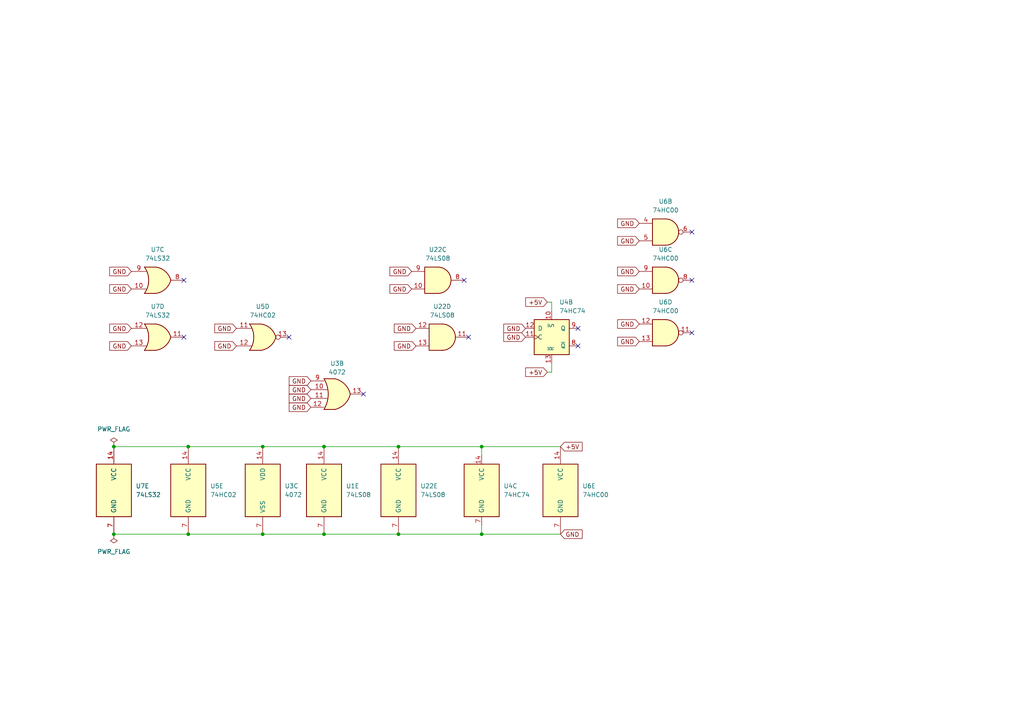
<source format=kicad_sch>
(kicad_sch (version 20231120) (generator "eeschema") (generator_version "8.0")
  (paper "A4")
  (title_block (title "Myth Microcontroller Project") (date "2024-09-24") (rev "1") (company "Picwok.com") (comment 1 "Project Contact: mim@ok-schalter.de (Michael)") (comment 2 "Author: Copyr. 2024 Michael Mangelsdorf/Dosflange@github") (comment 3 "Counters Module") (comment 4 "Glue Logic / Spare Units"))
  (lib_symbols
    (symbol "4xxx:4072" (pin_names (offset 1.016))
      (property "Reference" "U" (at 0 1.27 0))
      (property "Value" "4072" (at 0 -1.27 0))
      (symbol "4072_1_1"
        (arc (start -3.81 -4.445) (mid -2.5908 0) (end -3.81 4.445) (stroke (width 0.254)))
        (arc (start -0.6096 -4.445) (mid 2.2246 -2.8422) (end 3.81 0) (stroke (width 0.254)) (fill (type background)))
        (polyline (pts (xy -3.81 -4.445) (xy -0.635 -4.445)) (stroke (width 0.254)) (fill (type background)))
        (polyline (pts (xy -3.81 4.445) (xy -0.635 4.445)) (stroke (width 0.254)) (fill (type background)))
        (polyline (pts (xy -0.635 4.445) (xy -3.81 4.445) (xy -3.81 4.445) (xy -3.6322 4.0894) (xy -3.0988 2.921) (xy -2.7686 1.6764) (xy -2.6162 0.4318) (xy -2.6416 -0.8636) (xy -2.8702 -2.1082) (xy -3.2512 -3.3274) (xy -3.81 -4.445) (xy -3.81 -4.445) (xy -0.635 -4.445)) (stroke (width -25.4)) (fill (type background)))
        (arc (start 3.81 0) (mid 2.2204 2.8379) (end -0.6096 4.445) (stroke (width 0.254)) (fill (type background)))
        (pin output line (at 7.62 0 180) (length 3.81) (name "~") (number "1"))
        (pin input line (at -7.62 3.81 0) (length 3.81) (name "~") (number "2"))
        (pin input line (at -7.62 1.27 0) (length 4.826) (name "~") (number "3"))
        (pin input line (at -7.62 -1.27 0) (length 4.826) (name "~") (number "4"))
        (pin input line (at -7.62 -3.81 0) (length 3.81) (name "~") (number "5"))
      )
      (symbol "4072_1_2"
        (arc (start -0.635 -4.445) (mid 3.7907 0) (end -0.635 4.445) (stroke (width 0.254)) (fill (type background)))
        (polyline (pts (xy -0.635 4.445) (xy -3.81 4.445) (xy -3.81 -4.445) (xy -0.635 -4.445)) (stroke (width 0.254)) (fill (type background)))
        (pin output inverted (at 7.62 0 180) (length 3.81) (name "~") (number "1"))
        (pin input inverted (at -7.62 3.81 0) (length 3.81) (name "~") (number "2"))
        (pin input inverted (at -7.62 1.27 0) (length 3.81) (name "~") (number "3"))
        (pin input inverted (at -7.62 -1.27 0) (length 3.81) (name "~") (number "4"))
        (pin input inverted (at -7.62 -3.81 0) (length 3.81) (name "~") (number "5"))
      )
      (symbol "4072_2_1"
        (arc (start -3.81 -4.445) (mid -2.5908 0) (end -3.81 4.445) (stroke (width 0.254)))
        (arc (start -0.6096 -4.445) (mid 2.2246 -2.8422) (end 3.81 0) (stroke (width 0.254)) (fill (type background)))
        (polyline (pts (xy -3.81 -4.445) (xy -0.635 -4.445)) (stroke (width 0.254)) (fill (type background)))
        (polyline (pts (xy -3.81 4.445) (xy -0.635 4.445)) (stroke (width 0.254)) (fill (type background)))
        (polyline (pts (xy -0.635 4.445) (xy -3.81 4.445) (xy -3.81 4.445) (xy -3.6322 4.0894) (xy -3.0988 2.921) (xy -2.7686 1.6764) (xy -2.6162 0.4318) (xy -2.6416 -0.8636) (xy -2.8702 -2.1082) (xy -3.2512 -3.3274) (xy -3.81 -4.445) (xy -3.81 -4.445) (xy -0.635 -4.445)) (stroke (width -25.4)) (fill (type background)))
        (arc (start 3.81 0) (mid 2.2204 2.8379) (end -0.6096 4.445) (stroke (width 0.254)) (fill (type background)))
        (pin input line (at -7.62 1.27 0) (length 4.826) (name "~") (number "10"))
        (pin input line (at -7.62 -1.27 0) (length 4.826) (name "~") (number "11"))
        (pin input line (at -7.62 -3.81 0) (length 3.81) (name "~") (number "12"))
        (pin output line (at 7.62 0 180) (length 3.81) (name "~") (number "13"))
        (pin input line (at -7.62 3.81 0) (length 3.81) (name "~") (number "9"))
      )
      (symbol "4072_2_2"
        (arc (start -0.635 -4.445) (mid 3.7907 0) (end -0.635 4.445) (stroke (width 0.254)) (fill (type background)))
        (polyline (pts (xy -0.635 4.445) (xy -3.81 4.445) (xy -3.81 -4.445) (xy -0.635 -4.445)) (stroke (width 0.254)) (fill (type background)))
        (pin input inverted (at -7.62 1.27 0) (length 3.81) (name "~") (number "10"))
        (pin input inverted (at -7.62 -1.27 0) (length 3.81) (name "~") (number "11"))
        (pin input inverted (at -7.62 -3.81 0) (length 3.81) (name "~") (number "12"))
        (pin output inverted (at 7.62 0 180) (length 3.81) (name "~") (number "13"))
        (pin input inverted (at -7.62 3.81 0) (length 3.81) (name "~") (number "9"))
      )
      (symbol "4072_3_0"
        (pin power_in line (at 0 12.7 270) (length 5.08) (name "VDD") (number "14"))
        (pin power_in line (at 0 -12.7 90) (length 5.08) (name "VSS") (number "7"))
      )
      (symbol "4072_3_1"
        (rectangle (start -5.08 7.62) (end 5.08 -7.62) (stroke (width 0.254)) (fill (type background)))
      )
    )
    (symbol "74xx:74HC00" (pin_names (offset 1.016))
      (property "Reference" "U" (at 0 1.27 0))
      (property "Value" "74HC00" (at 0 -1.27 0))
      (symbol "74HC00_1_1"
        (arc (start 0 -3.81) (mid 3.7934 0) (end 0 3.81) (stroke (width 0.254)) (fill (type background)))
        (polyline (pts (xy 0 3.81) (xy -3.81 3.81) (xy -3.81 -3.81) (xy 0 -3.81)) (stroke (width 0.254)) (fill (type background)))
        (pin input line (at -7.62 2.54 0) (length 3.81) (name "~") (number "1"))
        (pin input line (at -7.62 -2.54 0) (length 3.81) (name "~") (number "2"))
        (pin output inverted (at 7.62 0 180) (length 3.81) (name "~") (number "3"))
      )
      (symbol "74HC00_1_2"
        (arc (start -3.81 -3.81) (mid -2.589 0) (end -3.81 3.81) (stroke (width 0.254)))
        (arc (start -0.6096 -3.81) (mid 2.1842 -2.5851) (end 3.81 0) (stroke (width 0.254)) (fill (type background)))
        (polyline (pts (xy -3.81 -3.81) (xy -0.635 -3.81)) (stroke (width 0.254)) (fill (type background)))
        (polyline (pts (xy -3.81 3.81) (xy -0.635 3.81)) (stroke (width 0.254)) (fill (type background)))
        (polyline (pts (xy -0.635 3.81) (xy -3.81 3.81) (xy -3.81 3.81) (xy -3.556 3.4036) (xy -3.0226 2.2606) (xy -2.6924 1.0414) (xy -2.6162 -0.254) (xy -2.7686 -1.4986) (xy -3.175 -2.7178) (xy -3.81 -3.81) (xy -3.81 -3.81) (xy -0.635 -3.81)) (stroke (width -25.4)) (fill (type background)))
        (arc (start 3.81 0) (mid 2.1915 2.5936) (end -0.6096 3.81) (stroke (width 0.254)) (fill (type background)))
        (pin input inverted (at -7.62 2.54 0) (length 4.318) (name "~") (number "1"))
        (pin input inverted (at -7.62 -2.54 0) (length 4.318) (name "~") (number "2"))
        (pin output line (at 7.62 0 180) (length 3.81) (name "~") (number "3"))
      )
      (symbol "74HC00_2_1"
        (arc (start 0 -3.81) (mid 3.7934 0) (end 0 3.81) (stroke (width 0.254)) (fill (type background)))
        (polyline (pts (xy 0 3.81) (xy -3.81 3.81) (xy -3.81 -3.81) (xy 0 -3.81)) (stroke (width 0.254)) (fill (type background)))
        (pin input line (at -7.62 2.54 0) (length 3.81) (name "~") (number "4"))
        (pin input line (at -7.62 -2.54 0) (length 3.81) (name "~") (number "5"))
        (pin output inverted (at 7.62 0 180) (length 3.81) (name "~") (number "6"))
      )
      (symbol "74HC00_2_2"
        (arc (start -3.81 -3.81) (mid -2.589 0) (end -3.81 3.81) (stroke (width 0.254)))
        (arc (start -0.6096 -3.81) (mid 2.1842 -2.5851) (end 3.81 0) (stroke (width 0.254)) (fill (type background)))
        (polyline (pts (xy -3.81 -3.81) (xy -0.635 -3.81)) (stroke (width 0.254)) (fill (type background)))
        (polyline (pts (xy -3.81 3.81) (xy -0.635 3.81)) (stroke (width 0.254)) (fill (type background)))
        (polyline (pts (xy -0.635 3.81) (xy -3.81 3.81) (xy -3.81 3.81) (xy -3.556 3.4036) (xy -3.0226 2.2606) (xy -2.6924 1.0414) (xy -2.6162 -0.254) (xy -2.7686 -1.4986) (xy -3.175 -2.7178) (xy -3.81 -3.81) (xy -3.81 -3.81) (xy -0.635 -3.81)) (stroke (width -25.4)) (fill (type background)))
        (arc (start 3.81 0) (mid 2.1915 2.5936) (end -0.6096 3.81) (stroke (width 0.254)) (fill (type background)))
        (pin input inverted (at -7.62 2.54 0) (length 4.318) (name "~") (number "4"))
        (pin input inverted (at -7.62 -2.54 0) (length 4.318) (name "~") (number "5"))
        (pin output line (at 7.62 0 180) (length 3.81) (name "~") (number "6"))
      )
      (symbol "74HC00_3_1"
        (arc (start 0 -3.81) (mid 3.7934 0) (end 0 3.81) (stroke (width 0.254)) (fill (type background)))
        (polyline (pts (xy 0 3.81) (xy -3.81 3.81) (xy -3.81 -3.81) (xy 0 -3.81)) (stroke (width 0.254)) (fill (type background)))
        (pin input line (at -7.62 -2.54 0) (length 3.81) (name "~") (number "10"))
        (pin output inverted (at 7.62 0 180) (length 3.81) (name "~") (number "8"))
        (pin input line (at -7.62 2.54 0) (length 3.81) (name "~") (number "9"))
      )
      (symbol "74HC00_3_2"
        (arc (start -3.81 -3.81) (mid -2.589 0) (end -3.81 3.81) (stroke (width 0.254)))
        (arc (start -0.6096 -3.81) (mid 2.1842 -2.5851) (end 3.81 0) (stroke (width 0.254)) (fill (type background)))
        (polyline (pts (xy -3.81 -3.81) (xy -0.635 -3.81)) (stroke (width 0.254)) (fill (type background)))
        (polyline (pts (xy -3.81 3.81) (xy -0.635 3.81)) (stroke (width 0.254)) (fill (type background)))
        (polyline (pts (xy -0.635 3.81) (xy -3.81 3.81) (xy -3.81 3.81) (xy -3.556 3.4036) (xy -3.0226 2.2606) (xy -2.6924 1.0414) (xy -2.6162 -0.254) (xy -2.7686 -1.4986) (xy -3.175 -2.7178) (xy -3.81 -3.81) (xy -3.81 -3.81) (xy -0.635 -3.81)) (stroke (width -25.4)) (fill (type background)))
        (arc (start 3.81 0) (mid 2.1915 2.5936) (end -0.6096 3.81) (stroke (width 0.254)) (fill (type background)))
        (pin input inverted (at -7.62 -2.54 0) (length 4.318) (name "~") (number "10"))
        (pin output line (at 7.62 0 180) (length 3.81) (name "~") (number "8"))
        (pin input inverted (at -7.62 2.54 0) (length 4.318) (name "~") (number "9"))
      )
      (symbol "74HC00_4_1"
        (arc (start 0 -3.81) (mid 3.7934 0) (end 0 3.81) (stroke (width 0.254)) (fill (type background)))
        (polyline (pts (xy 0 3.81) (xy -3.81 3.81) (xy -3.81 -3.81) (xy 0 -3.81)) (stroke (width 0.254)) (fill (type background)))
        (pin output inverted (at 7.62 0 180) (length 3.81) (name "~") (number "11"))
        (pin input line (at -7.62 2.54 0) (length 3.81) (name "~") (number "12"))
        (pin input line (at -7.62 -2.54 0) (length 3.81) (name "~") (number "13"))
      )
      (symbol "74HC00_4_2"
        (arc (start -3.81 -3.81) (mid -2.589 0) (end -3.81 3.81) (stroke (width 0.254)))
        (arc (start -0.6096 -3.81) (mid 2.1842 -2.5851) (end 3.81 0) (stroke (width 0.254)) (fill (type background)))
        (polyline (pts (xy -3.81 -3.81) (xy -0.635 -3.81)) (stroke (width 0.254)) (fill (type background)))
        (polyline (pts (xy -3.81 3.81) (xy -0.635 3.81)) (stroke (width 0.254)) (fill (type background)))
        (polyline (pts (xy -0.635 3.81) (xy -3.81 3.81) (xy -3.81 3.81) (xy -3.556 3.4036) (xy -3.0226 2.2606) (xy -2.6924 1.0414) (xy -2.6162 -0.254) (xy -2.7686 -1.4986) (xy -3.175 -2.7178) (xy -3.81 -3.81) (xy -3.81 -3.81) (xy -0.635 -3.81)) (stroke (width -25.4)) (fill (type background)))
        (arc (start 3.81 0) (mid 2.1915 2.5936) (end -0.6096 3.81) (stroke (width 0.254)) (fill (type background)))
        (pin output line (at 7.62 0 180) (length 3.81) (name "~") (number "11"))
        (pin input inverted (at -7.62 2.54 0) (length 4.318) (name "~") (number "12"))
        (pin input inverted (at -7.62 -2.54 0) (length 4.318) (name "~") (number "13"))
      )
      (symbol "74HC00_5_0"
        (pin power_in line (at 0 12.7 270) (length 5.08) (name "VCC") (number "14"))
        (pin power_in line (at 0 -12.7 90) (length 5.08) (name "GND") (number "7"))
      )
      (symbol "74HC00_5_1"
        (rectangle (start -5.08 7.62) (end 5.08 -7.62) (stroke (width 0.254)) (fill (type background)))
      )
    )
    (symbol "74xx:74HC02" (pin_names (offset 1.016))
      (property "Reference" "U" (at 0 1.27 0))
      (property "Value" "74HC02" (at 0 -1.27 0))
      (symbol "74HC02_1_1"
        (arc (start -3.81 -3.81) (mid -2.589 0) (end -3.81 3.81) (stroke (width 0.254)))
        (arc (start -0.6096 -3.81) (mid 2.1842 -2.5851) (end 3.81 0) (stroke (width 0.254)) (fill (type background)))
        (polyline (pts (xy -3.81 -3.81) (xy -0.635 -3.81)) (stroke (width 0.254)) (fill (type background)))
        (polyline (pts (xy -3.81 3.81) (xy -0.635 3.81)) (stroke (width 0.254)) (fill (type background)))
        (polyline (pts (xy -0.635 3.81) (xy -3.81 3.81) (xy -3.81 3.81) (xy -3.556 3.4036) (xy -3.0226 2.2606) (xy -2.6924 1.0414) (xy -2.6162 -0.254) (xy -2.7686 -1.4986) (xy -3.175 -2.7178) (xy -3.81 -3.81) (xy -3.81 -3.81) (xy -0.635 -3.81)) (stroke (width -25.4)) (fill (type background)))
        (arc (start 3.81 0) (mid 2.1915 2.5936) (end -0.6096 3.81) (stroke (width 0.254)) (fill (type background)))
        (pin output inverted (at 7.62 0 180) (length 3.81) (name "~") (number "1"))
        (pin input line (at -7.62 2.54 0) (length 4.318) (name "~") (number "2"))
        (pin input line (at -7.62 -2.54 0) (length 4.318) (name "~") (number "3"))
      )
      (symbol "74HC02_1_2"
        (arc (start 0 -3.81) (mid 3.7934 0) (end 0 3.81) (stroke (width 0.254)) (fill (type background)))
        (polyline (pts (xy 0 3.81) (xy -3.81 3.81) (xy -3.81 -3.81) (xy 0 -3.81)) (stroke (width 0.254)) (fill (type background)))
        (pin output line (at 7.62 0 180) (length 3.81) (name "~") (number "1"))
        (pin input inverted (at -7.62 2.54 0) (length 3.81) (name "~") (number "2"))
        (pin input inverted (at -7.62 -2.54 0) (length 3.81) (name "~") (number "3"))
      )
      (symbol "74HC02_2_1"
        (arc (start -3.81 -3.81) (mid -2.589 0) (end -3.81 3.81) (stroke (width 0.254)))
        (arc (start -0.6096 -3.81) (mid 2.1842 -2.5851) (end 3.81 0) (stroke (width 0.254)) (fill (type background)))
        (polyline (pts (xy -3.81 -3.81) (xy -0.635 -3.81)) (stroke (width 0.254)) (fill (type background)))
        (polyline (pts (xy -3.81 3.81) (xy -0.635 3.81)) (stroke (width 0.254)) (fill (type background)))
        (polyline (pts (xy -0.635 3.81) (xy -3.81 3.81) (xy -3.81 3.81) (xy -3.556 3.4036) (xy -3.0226 2.2606) (xy -2.6924 1.0414) (xy -2.6162 -0.254) (xy -2.7686 -1.4986) (xy -3.175 -2.7178) (xy -3.81 -3.81) (xy -3.81 -3.81) (xy -0.635 -3.81)) (stroke (width -25.4)) (fill (type background)))
        (arc (start 3.81 0) (mid 2.1915 2.5936) (end -0.6096 3.81) (stroke (width 0.254)) (fill (type background)))
        (pin output inverted (at 7.62 0 180) (length 3.81) (name "~") (number "4"))
        (pin input line (at -7.62 2.54 0) (length 4.318) (name "~") (number "5"))
        (pin input line (at -7.62 -2.54 0) (length 4.318) (name "~") (number "6"))
      )
      (symbol "74HC02_2_2"
        (arc (start 0 -3.81) (mid 3.7934 0) (end 0 3.81) (stroke (width 0.254)) (fill (type background)))
        (polyline (pts (xy 0 3.81) (xy -3.81 3.81) (xy -3.81 -3.81) (xy 0 -3.81)) (stroke (width 0.254)) (fill (type background)))
        (pin output line (at 7.62 0 180) (length 3.81) (name "~") (number "4"))
        (pin input inverted (at -7.62 2.54 0) (length 3.81) (name "~") (number "5"))
        (pin input inverted (at -7.62 -2.54 0) (length 3.81) (name "~") (number "6"))
      )
      (symbol "74HC02_3_1"
        (arc (start -3.81 -3.81) (mid -2.589 0) (end -3.81 3.81) (stroke (width 0.254)))
        (arc (start -0.6096 -3.81) (mid 2.1842 -2.5851) (end 3.81 0) (stroke (width 0.254)) (fill (type background)))
        (polyline (pts (xy -3.81 -3.81) (xy -0.635 -3.81)) (stroke (width 0.254)) (fill (type background)))
        (polyline (pts (xy -3.81 3.81) (xy -0.635 3.81)) (stroke (width 0.254)) (fill (type background)))
        (polyline (pts (xy -0.635 3.81) (xy -3.81 3.81) (xy -3.81 3.81) (xy -3.556 3.4036) (xy -3.0226 2.2606) (xy -2.6924 1.0414) (xy -2.6162 -0.254) (xy -2.7686 -1.4986) (xy -3.175 -2.7178) (xy -3.81 -3.81) (xy -3.81 -3.81) (xy -0.635 -3.81)) (stroke (width -25.4)) (fill (type background)))
        (arc (start 3.81 0) (mid 2.1915 2.5936) (end -0.6096 3.81) (stroke (width 0.254)) (fill (type background)))
        (pin output inverted (at 7.62 0 180) (length 3.81) (name "~") (number "10"))
        (pin input line (at -7.62 2.54 0) (length 4.318) (name "~") (number "8"))
        (pin input line (at -7.62 -2.54 0) (length 4.318) (name "~") (number "9"))
      )
      (symbol "74HC02_3_2"
        (arc (start 0 -3.81) (mid 3.7934 0) (end 0 3.81) (stroke (width 0.254)) (fill (type background)))
        (polyline (pts (xy 0 3.81) (xy -3.81 3.81) (xy -3.81 -3.81) (xy 0 -3.81)) (stroke (width 0.254)) (fill (type background)))
        (pin output line (at 7.62 0 180) (length 3.81) (name "~") (number "10"))
        (pin input inverted (at -7.62 2.54 0) (length 3.81) (name "~") (number "8"))
        (pin input inverted (at -7.62 -2.54 0) (length 3.81) (name "~") (number "9"))
      )
      (symbol "74HC02_4_1"
        (arc (start -3.81 -3.81) (mid -2.589 0) (end -3.81 3.81) (stroke (width 0.254)))
        (arc (start -0.6096 -3.81) (mid 2.1842 -2.5851) (end 3.81 0) (stroke (width 0.254)) (fill (type background)))
        (polyline (pts (xy -3.81 -3.81) (xy -0.635 -3.81)) (stroke (width 0.254)) (fill (type background)))
        (polyline (pts (xy -3.81 3.81) (xy -0.635 3.81)) (stroke (width 0.254)) (fill (type background)))
        (polyline (pts (xy -0.635 3.81) (xy -3.81 3.81) (xy -3.81 3.81) (xy -3.556 3.4036) (xy -3.0226 2.2606) (xy -2.6924 1.0414) (xy -2.6162 -0.254) (xy -2.7686 -1.4986) (xy -3.175 -2.7178) (xy -3.81 -3.81) (xy -3.81 -3.81) (xy -0.635 -3.81)) (stroke (width -25.4)) (fill (type background)))
        (arc (start 3.81 0) (mid 2.1915 2.5936) (end -0.6096 3.81) (stroke (width 0.254)) (fill (type background)))
        (pin input line (at -7.62 2.54 0) (length 4.318) (name "~") (number "11"))
        (pin input line (at -7.62 -2.54 0) (length 4.318) (name "~") (number "12"))
        (pin output inverted (at 7.62 0 180) (length 3.81) (name "~") (number "13"))
      )
      (symbol "74HC02_4_2"
        (arc (start 0 -3.81) (mid 3.7934 0) (end 0 3.81) (stroke (width 0.254)) (fill (type background)))
        (polyline (pts (xy 0 3.81) (xy -3.81 3.81) (xy -3.81 -3.81) (xy 0 -3.81)) (stroke (width 0.254)) (fill (type background)))
        (pin input inverted (at -7.62 2.54 0) (length 3.81) (name "~") (number "11"))
        (pin input inverted (at -7.62 -2.54 0) (length 3.81) (name "~") (number "12"))
        (pin output line (at 7.62 0 180) (length 3.81) (name "~") (number "13"))
      )
      (symbol "74HC02_5_0"
        (pin power_in line (at 0 12.7 270) (length 5.08) (name "VCC") (number "14"))
        (pin power_in line (at 0 -12.7 90) (length 5.08) (name "GND") (number "7"))
      )
      (symbol "74HC02_5_1"
        (rectangle (start -5.08 7.62) (end 5.08 -7.62) (stroke (width 0.254)) (fill (type background)))
      )
    )
    (symbol "74xx:74HC74" (pin_names (offset 1.016))
      (property "Reference" "U" (at -7.62 8.89 0))
      (property "Value" "74HC74" (at -7.62 -8.89 0))
      (symbol "74HC74_1_0"
        (pin input line (at 0 -7.62 90) (length 2.54) (name "~{R}") (number "1"))
        (pin input line (at -7.62 2.54 0) (length 2.54) (name "D") (number "2"))
        (pin input clock (at -7.62 0 0) (length 2.54) (name "C") (number "3"))
        (pin input line (at 0 7.62 270) (length 2.54) (name "~{S}") (number "4"))
        (pin output line (at 7.62 2.54 180) (length 2.54) (name "Q") (number "5"))
        (pin output line (at 7.62 -2.54 180) (length 2.54) (name "~{Q}") (number "6"))
      )
      (symbol "74HC74_1_1"
        (rectangle (start -5.08 5.08) (end 5.08 -5.08) (stroke (width 0.254)) (fill (type background)))
      )
      (symbol "74HC74_2_0"
        (pin input line (at 0 7.62 270) (length 2.54) (name "~{S}") (number "10"))
        (pin input clock (at -7.62 0 0) (length 2.54) (name "C") (number "11"))
        (pin input line (at -7.62 2.54 0) (length 2.54) (name "D") (number "12"))
        (pin input line (at 0 -7.62 90) (length 2.54) (name "~{R}") (number "13"))
        (pin output line (at 7.62 -2.54 180) (length 2.54) (name "~{Q}") (number "8"))
        (pin output line (at 7.62 2.54 180) (length 2.54) (name "Q") (number "9"))
      )
      (symbol "74HC74_2_1"
        (rectangle (start -5.08 5.08) (end 5.08 -5.08) (stroke (width 0.254)) (fill (type background)))
      )
      (symbol "74HC74_3_0"
        (pin power_in line (at 0 10.16 270) (length 2.54) (name "VCC") (number "14"))
        (pin power_in line (at 0 -10.16 90) (length 2.54) (name "GND") (number "7"))
      )
      (symbol "74HC74_3_1"
        (rectangle (start -5.08 7.62) (end 5.08 -7.62) (stroke (width 0.254)) (fill (type background)))
      )
    )
    (symbol "74xx:74LS08" (pin_names (offset 1.016))
      (property "Reference" "U" (at 0 1.27 0))
      (property "Value" "74LS08" (at 0 -1.27 0))
      (symbol "74LS08_1_1"
        (arc (start 0 -3.81) (mid 3.7934 0) (end 0 3.81) (stroke (width 0.254)) (fill (type background)))
        (polyline (pts (xy 0 3.81) (xy -3.81 3.81) (xy -3.81 -3.81) (xy 0 -3.81)) (stroke (width 0.254)) (fill (type background)))
        (pin input line (at -7.62 2.54 0) (length 3.81) (name "~") (number "1"))
        (pin input line (at -7.62 -2.54 0) (length 3.81) (name "~") (number "2"))
        (pin output line (at 7.62 0 180) (length 3.81) (name "~") (number "3"))
      )
      (symbol "74LS08_1_2"
        (arc (start -3.81 -3.81) (mid -2.589 0) (end -3.81 3.81) (stroke (width 0.254)))
        (arc (start -0.6096 -3.81) (mid 2.1855 -2.584) (end 3.81 0) (stroke (width 0.254)) (fill (type background)))
        (polyline (pts (xy -3.81 -3.81) (xy -0.635 -3.81)) (stroke (width 0.254)) (fill (type background)))
        (polyline (pts (xy -3.81 3.81) (xy -0.635 3.81)) (stroke (width 0.254)) (fill (type background)))
        (polyline (pts (xy -0.635 3.81) (xy -3.81 3.81) (xy -3.81 3.81) (xy -3.556 3.4036) (xy -3.0226 2.2606) (xy -2.6924 1.0414) (xy -2.6162 -0.254) (xy -2.7686 -1.4986) (xy -3.175 -2.7178) (xy -3.81 -3.81) (xy -3.81 -3.81) (xy -0.635 -3.81)) (stroke (width -25.4)) (fill (type background)))
        (arc (start 3.81 0) (mid 2.1928 2.5925) (end -0.6096 3.81) (stroke (width 0.254)) (fill (type background)))
        (pin input inverted (at -7.62 2.54 0) (length 4.318) (name "~") (number "1"))
        (pin input inverted (at -7.62 -2.54 0) (length 4.318) (name "~") (number "2"))
        (pin output inverted (at 7.62 0 180) (length 3.81) (name "~") (number "3"))
      )
      (symbol "74LS08_2_1"
        (arc (start 0 -3.81) (mid 3.7934 0) (end 0 3.81) (stroke (width 0.254)) (fill (type background)))
        (polyline (pts (xy 0 3.81) (xy -3.81 3.81) (xy -3.81 -3.81) (xy 0 -3.81)) (stroke (width 0.254)) (fill (type background)))
        (pin input line (at -7.62 2.54 0) (length 3.81) (name "~") (number "4"))
        (pin input line (at -7.62 -2.54 0) (length 3.81) (name "~") (number "5"))
        (pin output line (at 7.62 0 180) (length 3.81) (name "~") (number "6"))
      )
      (symbol "74LS08_2_2"
        (arc (start -3.81 -3.81) (mid -2.589 0) (end -3.81 3.81) (stroke (width 0.254)))
        (arc (start -0.6096 -3.81) (mid 2.1855 -2.584) (end 3.81 0) (stroke (width 0.254)) (fill (type background)))
        (polyline (pts (xy -3.81 -3.81) (xy -0.635 -3.81)) (stroke (width 0.254)) (fill (type background)))
        (polyline (pts (xy -3.81 3.81) (xy -0.635 3.81)) (stroke (width 0.254)) (fill (type background)))
        (polyline (pts (xy -0.635 3.81) (xy -3.81 3.81) (xy -3.81 3.81) (xy -3.556 3.4036) (xy -3.0226 2.2606) (xy -2.6924 1.0414) (xy -2.6162 -0.254) (xy -2.7686 -1.4986) (xy -3.175 -2.7178) (xy -3.81 -3.81) (xy -3.81 -3.81) (xy -0.635 -3.81)) (stroke (width -25.4)) (fill (type background)))
        (arc (start 3.81 0) (mid 2.1928 2.5925) (end -0.6096 3.81) (stroke (width 0.254)) (fill (type background)))
        (pin input inverted (at -7.62 2.54 0) (length 4.318) (name "~") (number "4"))
        (pin input inverted (at -7.62 -2.54 0) (length 4.318) (name "~") (number "5"))
        (pin output inverted (at 7.62 0 180) (length 3.81) (name "~") (number "6"))
      )
      (symbol "74LS08_3_1"
        (arc (start 0 -3.81) (mid 3.7934 0) (end 0 3.81) (stroke (width 0.254)) (fill (type background)))
        (polyline (pts (xy 0 3.81) (xy -3.81 3.81) (xy -3.81 -3.81) (xy 0 -3.81)) (stroke (width 0.254)) (fill (type background)))
        (pin input line (at -7.62 -2.54 0) (length 3.81) (name "~") (number "10"))
        (pin output line (at 7.62 0 180) (length 3.81) (name "~") (number "8"))
        (pin input line (at -7.62 2.54 0) (length 3.81) (name "~") (number "9"))
      )
      (symbol "74LS08_3_2"
        (arc (start -3.81 -3.81) (mid -2.589 0) (end -3.81 3.81) (stroke (width 0.254)))
        (arc (start -0.6096 -3.81) (mid 2.1855 -2.584) (end 3.81 0) (stroke (width 0.254)) (fill (type background)))
        (polyline (pts (xy -3.81 -3.81) (xy -0.635 -3.81)) (stroke (width 0.254)) (fill (type background)))
        (polyline (pts (xy -3.81 3.81) (xy -0.635 3.81)) (stroke (width 0.254)) (fill (type background)))
        (polyline (pts (xy -0.635 3.81) (xy -3.81 3.81) (xy -3.81 3.81) (xy -3.556 3.4036) (xy -3.0226 2.2606) (xy -2.6924 1.0414) (xy -2.6162 -0.254) (xy -2.7686 -1.4986) (xy -3.175 -2.7178) (xy -3.81 -3.81) (xy -3.81 -3.81) (xy -0.635 -3.81)) (stroke (width -25.4)) (fill (type background)))
        (arc (start 3.81 0) (mid 2.1928 2.5925) (end -0.6096 3.81) (stroke (width 0.254)) (fill (type background)))
        (pin input inverted (at -7.62 -2.54 0) (length 4.318) (name "~") (number "10"))
        (pin output inverted (at 7.62 0 180) (length 3.81) (name "~") (number "8"))
        (pin input inverted (at -7.62 2.54 0) (length 4.318) (name "~") (number "9"))
      )
      (symbol "74LS08_4_1"
        (arc (start 0 -3.81) (mid 3.7934 0) (end 0 3.81) (stroke (width 0.254)) (fill (type background)))
        (polyline (pts (xy 0 3.81) (xy -3.81 3.81) (xy -3.81 -3.81) (xy 0 -3.81)) (stroke (width 0.254)) (fill (type background)))
        (pin output line (at 7.62 0 180) (length 3.81) (name "~") (number "11"))
        (pin input line (at -7.62 2.54 0) (length 3.81) (name "~") (number "12"))
        (pin input line (at -7.62 -2.54 0) (length 3.81) (name "~") (number "13"))
      )
      (symbol "74LS08_4_2"
        (arc (start -3.81 -3.81) (mid -2.589 0) (end -3.81 3.81) (stroke (width 0.254)))
        (arc (start -0.6096 -3.81) (mid 2.1855 -2.584) (end 3.81 0) (stroke (width 0.254)) (fill (type background)))
        (polyline (pts (xy -3.81 -3.81) (xy -0.635 -3.81)) (stroke (width 0.254)) (fill (type background)))
        (polyline (pts (xy -3.81 3.81) (xy -0.635 3.81)) (stroke (width 0.254)) (fill (type background)))
        (polyline (pts (xy -0.635 3.81) (xy -3.81 3.81) (xy -3.81 3.81) (xy -3.556 3.4036) (xy -3.0226 2.2606) (xy -2.6924 1.0414) (xy -2.6162 -0.254) (xy -2.7686 -1.4986) (xy -3.175 -2.7178) (xy -3.81 -3.81) (xy -3.81 -3.81) (xy -0.635 -3.81)) (stroke (width -25.4)) (fill (type background)))
        (arc (start 3.81 0) (mid 2.1928 2.5925) (end -0.6096 3.81) (stroke (width 0.254)) (fill (type background)))
        (pin output inverted (at 7.62 0 180) (length 3.81) (name "~") (number "11"))
        (pin input inverted (at -7.62 2.54 0) (length 4.318) (name "~") (number "12"))
        (pin input inverted (at -7.62 -2.54 0) (length 4.318) (name "~") (number "13"))
      )
      (symbol "74LS08_5_0"
        (pin power_in line (at 0 12.7 270) (length 5.08) (name "VCC") (number "14"))
        (pin power_in line (at 0 -12.7 90) (length 5.08) (name "GND") (number "7"))
      )
      (symbol "74LS08_5_1"
        (rectangle (start -5.08 7.62) (end 5.08 -7.62) (stroke (width 0.254)) (fill (type background)))
      )
    )
    (symbol "74xx:74LS32" (pin_names (offset 1.016))
      (property "Reference" "U" (at 0 1.27 0))
      (property "Value" "74LS32" (at 0 -1.27 0))
      (symbol "74LS32_1_1"
        (arc (start -3.81 -3.81) (mid -2.589 0) (end -3.81 3.81) (stroke (width 0.254)))
        (arc (start -0.6096 -3.81) (mid 2.1855 -2.584) (end 3.81 0) (stroke (width 0.254)) (fill (type background)))
        (polyline (pts (xy -3.81 -3.81) (xy -0.635 -3.81)) (stroke (width 0.254)) (fill (type background)))
        (polyline (pts (xy -3.81 3.81) (xy -0.635 3.81)) (stroke (width 0.254)) (fill (type background)))
        (polyline (pts (xy -0.635 3.81) (xy -3.81 3.81) (xy -3.81 3.81) (xy -3.556 3.4036) (xy -3.0226 2.2606) (xy -2.6924 1.0414) (xy -2.6162 -0.254) (xy -2.7686 -1.4986) (xy -3.175 -2.7178) (xy -3.81 -3.81) (xy -3.81 -3.81) (xy -0.635 -3.81)) (stroke (width -25.4)) (fill (type background)))
        (arc (start 3.81 0) (mid 2.1928 2.5925) (end -0.6096 3.81) (stroke (width 0.254)) (fill (type background)))
        (pin input line (at -7.62 2.54 0) (length 4.318) (name "~") (number "1"))
        (pin input line (at -7.62 -2.54 0) (length 4.318) (name "~") (number "2"))
        (pin output line (at 7.62 0 180) (length 3.81) (name "~") (number "3"))
      )
      (symbol "74LS32_1_2"
        (arc (start 0 -3.81) (mid 3.7934 0) (end 0 3.81) (stroke (width 0.254)) (fill (type background)))
        (polyline (pts (xy 0 3.81) (xy -3.81 3.81) (xy -3.81 -3.81) (xy 0 -3.81)) (stroke (width 0.254)) (fill (type background)))
        (pin input inverted (at -7.62 2.54 0) (length 3.81) (name "~") (number "1"))
        (pin input inverted (at -7.62 -2.54 0) (length 3.81) (name "~") (number "2"))
        (pin output inverted (at 7.62 0 180) (length 3.81) (name "~") (number "3"))
      )
      (symbol "74LS32_2_1"
        (arc (start -3.81 -3.81) (mid -2.589 0) (end -3.81 3.81) (stroke (width 0.254)))
        (arc (start -0.6096 -3.81) (mid 2.1855 -2.584) (end 3.81 0) (stroke (width 0.254)) (fill (type background)))
        (polyline (pts (xy -3.81 -3.81) (xy -0.635 -3.81)) (stroke (width 0.254)) (fill (type background)))
        (polyline (pts (xy -3.81 3.81) (xy -0.635 3.81)) (stroke (width 0.254)) (fill (type background)))
        (polyline (pts (xy -0.635 3.81) (xy -3.81 3.81) (xy -3.81 3.81) (xy -3.556 3.4036) (xy -3.0226 2.2606) (xy -2.6924 1.0414) (xy -2.6162 -0.254) (xy -2.7686 -1.4986) (xy -3.175 -2.7178) (xy -3.81 -3.81) (xy -3.81 -3.81) (xy -0.635 -3.81)) (stroke (width -25.4)) (fill (type background)))
        (arc (start 3.81 0) (mid 2.1928 2.5925) (end -0.6096 3.81) (stroke (width 0.254)) (fill (type background)))
        (pin input line (at -7.62 2.54 0) (length 4.318) (name "~") (number "4"))
        (pin input line (at -7.62 -2.54 0) (length 4.318) (name "~") (number "5"))
        (pin output line (at 7.62 0 180) (length 3.81) (name "~") (number "6"))
      )
      (symbol "74LS32_2_2"
        (arc (start 0 -3.81) (mid 3.7934 0) (end 0 3.81) (stroke (width 0.254)) (fill (type background)))
        (polyline (pts (xy 0 3.81) (xy -3.81 3.81) (xy -3.81 -3.81) (xy 0 -3.81)) (stroke (width 0.254)) (fill (type background)))
        (pin input inverted (at -7.62 2.54 0) (length 3.81) (name "~") (number "4"))
        (pin input inverted (at -7.62 -2.54 0) (length 3.81) (name "~") (number "5"))
        (pin output inverted (at 7.62 0 180) (length 3.81) (name "~") (number "6"))
      )
      (symbol "74LS32_3_1"
        (arc (start -3.81 -3.81) (mid -2.589 0) (end -3.81 3.81) (stroke (width 0.254)))
        (arc (start -0.6096 -3.81) (mid 2.1855 -2.584) (end 3.81 0) (stroke (width 0.254)) (fill (type background)))
        (polyline (pts (xy -3.81 -3.81) (xy -0.635 -3.81)) (stroke (width 0.254)) (fill (type background)))
        (polyline (pts (xy -3.81 3.81) (xy -0.635 3.81)) (stroke (width 0.254)) (fill (type background)))
        (polyline (pts (xy -0.635 3.81) (xy -3.81 3.81) (xy -3.81 3.81) (xy -3.556 3.4036) (xy -3.0226 2.2606) (xy -2.6924 1.0414) (xy -2.6162 -0.254) (xy -2.7686 -1.4986) (xy -3.175 -2.7178) (xy -3.81 -3.81) (xy -3.81 -3.81) (xy -0.635 -3.81)) (stroke (width -25.4)) (fill (type background)))
        (arc (start 3.81 0) (mid 2.1928 2.5925) (end -0.6096 3.81) (stroke (width 0.254)) (fill (type background)))
        (pin input line (at -7.62 -2.54 0) (length 4.318) (name "~") (number "10"))
        (pin output line (at 7.62 0 180) (length 3.81) (name "~") (number "8"))
        (pin input line (at -7.62 2.54 0) (length 4.318) (name "~") (number "9"))
      )
      (symbol "74LS32_3_2"
        (arc (start 0 -3.81) (mid 3.7934 0) (end 0 3.81) (stroke (width 0.254)) (fill (type background)))
        (polyline (pts (xy 0 3.81) (xy -3.81 3.81) (xy -3.81 -3.81) (xy 0 -3.81)) (stroke (width 0.254)) (fill (type background)))
        (pin input inverted (at -7.62 -2.54 0) (length 3.81) (name "~") (number "10"))
        (pin output inverted (at 7.62 0 180) (length 3.81) (name "~") (number "8"))
        (pin input inverted (at -7.62 2.54 0) (length 3.81) (name "~") (number "9"))
      )
      (symbol "74LS32_4_1"
        (arc (start -3.81 -3.81) (mid -2.589 0) (end -3.81 3.81) (stroke (width 0.254)))
        (arc (start -0.6096 -3.81) (mid 2.1855 -2.584) (end 3.81 0) (stroke (width 0.254)) (fill (type background)))
        (polyline (pts (xy -3.81 -3.81) (xy -0.635 -3.81)) (stroke (width 0.254)) (fill (type background)))
        (polyline (pts (xy -3.81 3.81) (xy -0.635 3.81)) (stroke (width 0.254)) (fill (type background)))
        (polyline (pts (xy -0.635 3.81) (xy -3.81 3.81) (xy -3.81 3.81) (xy -3.556 3.4036) (xy -3.0226 2.2606) (xy -2.6924 1.0414) (xy -2.6162 -0.254) (xy -2.7686 -1.4986) (xy -3.175 -2.7178) (xy -3.81 -3.81) (xy -3.81 -3.81) (xy -0.635 -3.81)) (stroke (width -25.4)) (fill (type background)))
        (arc (start 3.81 0) (mid 2.1928 2.5925) (end -0.6096 3.81) (stroke (width 0.254)) (fill (type background)))
        (pin output line (at 7.62 0 180) (length 3.81) (name "~") (number "11"))
        (pin input line (at -7.62 2.54 0) (length 4.318) (name "~") (number "12"))
        (pin input line (at -7.62 -2.54 0) (length 4.318) (name "~") (number "13"))
      )
      (symbol "74LS32_4_2"
        (arc (start 0 -3.81) (mid 3.7934 0) (end 0 3.81) (stroke (width 0.254)) (fill (type background)))
        (polyline (pts (xy 0 3.81) (xy -3.81 3.81) (xy -3.81 -3.81) (xy 0 -3.81)) (stroke (width 0.254)) (fill (type background)))
        (pin output inverted (at 7.62 0 180) (length 3.81) (name "~") (number "11"))
        (pin input inverted (at -7.62 2.54 0) (length 3.81) (name "~") (number "12"))
        (pin input inverted (at -7.62 -2.54 0) (length 3.81) (name "~") (number "13"))
      )
      (symbol "74LS32_5_0"
        (pin power_in line (at 0 12.7 270) (length 5.08) (name "VCC") (number "14"))
        (pin power_in line (at 0 -12.7 90) (length 5.08) (name "GND") (number "7"))
      )
      (symbol "74LS32_5_1"
        (rectangle (start -5.08 7.62) (end 5.08 -7.62) (stroke (width 0.254)) (fill (type background)))
      )
    )
    (symbol "power:PWR_FLAG" (power) (pin_numbers hide) (pin_names (offset 0) hide)
      (property "Value" "PWR_FLAG" (at 0 3.81 0))
      (symbol "PWR_FLAG_0_0"
        (pin power_out line (at 0 0 90) (length 0) (name "~") (number "1"))
      )
      (symbol "PWR_FLAG_0_1"
        (polyline (pts (xy 0 0) (xy 0 1.27) (xy -1.016 1.905) (xy 0 2.54) (xy 1.016 1.905) (xy 0 1.27)))
      )
    )
  )
  (junction (at 33.02 129.54))
  (junction (at 54.61 154.94))
  (junction (at 139.7 129.54))
  (junction (at 139.7 154.94))
  (junction (at 115.57 154.94))
  (junction (at 115.57 129.54))
  (junction (at 54.61 129.54))
  (junction (at 76.2 129.54))
  (junction (at 93.98 129.54))
  (junction (at 33.02 154.94))
  (junction (at 76.2 154.94))
  (junction (at 93.98 154.94))
  (no_connect (at 53.34 81.28))
  (no_connect (at 135.89 97.79))
  (no_connect (at 105.41 114.3))
  (no_connect (at 83.82 97.79))
  (no_connect (at 200.66 96.52))
  (no_connect (at 167.64 100.33))
  (no_connect (at 167.64 95.25))
  (no_connect (at 200.66 81.28))
  (no_connect (at 53.34 97.79))
  (no_connect (at 134.62 81.28))
  (no_connect (at 200.66 67.31))
  (wire (pts (xy 160.02 87.63) (xy 160.02 90.17)))
  (wire (pts (xy 139.7 152.4) (xy 139.7 154.94)))
  (wire (pts (xy 115.57 129.54) (xy 139.7 129.54)))
  (wire (pts (xy 76.2 129.54) (xy 93.98 129.54)))
  (wire (pts (xy 158.75 87.63) (xy 160.02 87.63)))
  (wire (pts (xy 139.7 129.54) (xy 162.56 129.54)))
  (wire (pts (xy 54.61 154.94) (xy 76.2 154.94)))
  (wire (pts (xy 33.02 154.94) (xy 54.61 154.94)))
  (wire (pts (xy 160.02 105.41) (xy 160.02 107.95)))
  (wire (pts (xy 158.75 107.95) (xy 160.02 107.95)))
  (wire (pts (xy 54.61 129.54) (xy 76.2 129.54)))
  (wire (pts (xy 139.7 154.94) (xy 162.56 154.94)))
  (wire (pts (xy 93.98 154.94) (xy 115.57 154.94)))
  (wire (pts (xy 139.7 129.54) (xy 139.7 132.08)))
  (wire (pts (xy 76.2 154.94) (xy 93.98 154.94)))
  (wire (pts (xy 33.02 129.54) (xy 54.61 129.54)))
  (wire (pts (xy 115.57 154.94) (xy 139.7 154.94)))
  (wire (pts (xy 93.98 129.54) (xy 115.57 129.54)))
  (global_label "GND" (shape input) (at 68.58 95.25 180) (property "Intersheetrefs" "${INTERSHEET_REFS}" (effects (hide yes))))
  (global_label "GND" (shape input) (at 119.38 83.82 180) (property "Intersheetrefs" "${INTERSHEET_REFS}" (effects (hide yes))))
  (global_label "GND" (shape input) (at 152.4 95.25 180) (property "Intersheetrefs" "${INTERSHEET_REFS}" (effects (hide yes))))
  (global_label "GND" (shape input) (at 185.42 69.85 180) (property "Intersheetrefs" "${INTERSHEET_REFS}" (effects (hide yes))))
  (global_label "+5V" (shape input) (at 162.56 129.54 0) (property "Intersheetrefs" "${INTERSHEET_REFS}" (effects (hide yes))))
  (global_label "+5V" (shape input) (at 158.75 87.63 180) (property "Intersheetrefs" "${INTERSHEET_REFS}" (effects (hide yes))))
  (global_label "GND" (shape input) (at 90.17 118.11 180) (property "Intersheetrefs" "${INTERSHEET_REFS}" (effects (hide yes))))
  (global_label "GND" (shape input) (at 38.1 83.82 180) (property "Intersheetrefs" "${INTERSHEET_REFS}" (effects (hide yes))))
  (global_label "GND" (shape input) (at 120.65 100.33 180) (property "Intersheetrefs" "${INTERSHEET_REFS}" (effects (hide yes))))
  (global_label "GND" (shape input) (at 90.17 110.49 180) (property "Intersheetrefs" "${INTERSHEET_REFS}" (effects (hide yes))))
  (global_label "+5V" (shape input) (at 158.75 107.95 180) (property "Intersheetrefs" "${INTERSHEET_REFS}" (effects (hide yes))))
  (global_label "GND" (shape input) (at 185.42 78.74 180) (property "Intersheetrefs" "${INTERSHEET_REFS}" (effects (hide yes))))
  (global_label "GND" (shape input) (at 38.1 100.33 180) (property "Intersheetrefs" "${INTERSHEET_REFS}" (effects (hide yes))))
  (global_label "GND" (shape input) (at 120.65 95.25 180) (property "Intersheetrefs" "${INTERSHEET_REFS}" (effects (hide yes))))
  (global_label "GND" (shape input) (at 38.1 78.74 180) (property "Intersheetrefs" "${INTERSHEET_REFS}" (effects (hide yes))))
  (global_label "GND" (shape input) (at 185.42 64.77 180) (property "Intersheetrefs" "${INTERSHEET_REFS}" (effects (hide yes))))
  (global_label "GND" (shape input) (at 38.1 95.25 180) (property "Intersheetrefs" "${INTERSHEET_REFS}" (effects (hide yes))))
  (global_label "GND" (shape input) (at 185.42 93.98 180) (property "Intersheetrefs" "${INTERSHEET_REFS}" (effects (hide yes))))
  (global_label "GND" (shape input) (at 162.56 154.94 0) (property "Intersheetrefs" "${INTERSHEET_REFS}" (effects (hide yes))))
  (global_label "GND" (shape input) (at 185.42 99.06 180) (property "Intersheetrefs" "${INTERSHEET_REFS}" (effects (hide yes))))
  (global_label "GND" (shape input) (at 90.17 113.03 180) (property "Intersheetrefs" "${INTERSHEET_REFS}" (effects (hide yes))))
  (global_label "GND" (shape input) (at 185.42 83.82 180) (property "Intersheetrefs" "${INTERSHEET_REFS}" (effects (hide yes))))
  (global_label "GND" (shape input) (at 152.4 97.79 180) (property "Intersheetrefs" "${INTERSHEET_REFS}" (effects (hide yes))))
  (global_label "GND" (shape input) (at 90.17 115.57 180) (property "Intersheetrefs" "${INTERSHEET_REFS}" (effects (hide yes))))
  (global_label "GND" (shape input) (at 68.58 100.33 180) (property "Intersheetrefs" "${INTERSHEET_REFS}" (effects (hide yes))))
  (global_label "GND" (shape input) (at 119.38 78.74 180) (property "Intersheetrefs" "${INTERSHEET_REFS}" (effects (hide yes))))
  (symbol (lib_id "74xx:74LS08") (at 115.57 142.24 0) (unit 5)
    (property "Reference" "U22" (at 121.92 140.9699 0) (effects (justify left)))
    (property "Value" "74LS08" (at 121.92 143.5099 0) (effects (justify left)))
    (property "Datasheet" "http://www.ti.com/lit/gpn/sn74LS08" (effects (hide yes)))
    (property "Description" "Quad And2" (effects (hide yes)))
  )
  (symbol (lib_id "74xx:74HC74") (at 160.02 97.79 0) (unit 2)
    (property "Reference" "U4" (at 162.2141 87.63 0) (effects (justify left)))
    (property "Value" "74HC74" (at 162.2141 90.17 0) (effects (justify left)))
    (property "Datasheet" "74xx/74hc_hct74.pdf" (effects (hide yes)))
    (property "Description" "Dual D Flip-flop, Set & Reset" (effects (hide yes)))
  )
  (symbol (lib_id "74xx:74HC00") (at 193.04 81.28 0) (unit 3)
    (property "Reference" "U6" (at 193.0317 72.39 0))
    (property "Value" "74HC00" (at 193.0317 74.93 0))
    (property "Datasheet" "http://www.ti.com/lit/gpn/sn74hc00" (effects (hide yes)))
    (property "Description" "quad 2-input NAND gate" (effects (hide yes)))
  )
  (symbol (lib_id "74xx:74HC74") (at 139.7 142.24 0) (unit 3)
    (property "Reference" "U4" (at 146.05 140.9699 0) (effects (justify left)))
    (property "Value" "74HC74" (at 146.05 143.5099 0) (effects (justify left)))
    (property "Datasheet" "74xx/74hc_hct74.pdf" (effects (hide yes)))
    (property "Description" "Dual D Flip-flop, Set & Reset" (effects (hide yes)))
  )
  (symbol (lib_id "74xx:74LS32") (at 45.72 81.28 0) (unit 3)
    (property "Reference" "U7" (at 45.72 72.39 0))
    (property "Value" "74LS32" (at 45.72 74.93 0))
    (property "Datasheet" "http://www.ti.com/lit/gpn/sn74LS32" (effects (hide yes)))
    (property "Description" "Quad 2-input OR" (effects (hide yes)))
  )
  (symbol (lib_id "4xxx:4072") (at 76.2 142.24 0) (unit 3)
    (property "Reference" "U3" (at 82.55 140.9699 0) (effects (justify left)))
    (property "Value" "4072" (at 82.55 143.5099 0) (effects (justify left)))
    (property "Datasheet" "http://www.intersil.com/content/dam/Intersil/documents/cd40/cd4071bms-72bms-75bms.pdf" (effects (hide yes)))
    (property "Description" "Dual 4 input OR gate" (effects (hide yes)))
  )
  (symbol (lib_id "power:PWR_FLAG") (at 33.02 129.54 0) (unit 1)
    (property "Reference" "#FLG01" (effects (hide yes)))
    (property "Value" "PWR_FLAG" (at 33.02 124.46 0))
    (property "Description" "Special symbol for telling ERC where power comes from" (effects (hide yes)))
  )
  (symbol (lib_id "74xx:74LS08") (at 93.98 142.24 0) (unit 5)
    (property "Reference" "U1" (at 100.33 140.9699 0) (effects (justify left)))
    (property "Value" "74LS08" (at 100.33 143.5099 0) (effects (justify left)))
    (property "Datasheet" "http://www.ti.com/lit/gpn/sn74LS08" (effects (hide yes)))
    (property "Description" "Quad And2" (effects (hide yes)))
  )
  (symbol (lib_id "74xx:74HC00") (at 162.56 142.24 0) (unit 5)
    (property "Reference" "U6" (at 168.91 140.9699 0) (effects (justify left)))
    (property "Value" "74HC00" (at 168.91 143.5099 0) (effects (justify left)))
    (property "Datasheet" "http://www.ti.com/lit/gpn/sn74hc00" (effects (hide yes)))
    (property "Description" "quad 2-input NAND gate" (effects (hide yes)))
  )
  (symbol (lib_id "74xx:74LS32") (at 33.02 142.24 0) (unit 5)
    (property "Reference" "U7" (at 39.37 140.9699 0) (effects (justify left)))
    (property "Value" "74LS32" (at 39.37 143.5099 0) (effects (justify left)))
    (property "Datasheet" "http://www.ti.com/lit/gpn/sn74LS32" (effects (hide yes)))
    (property "Description" "Quad 2-input OR" (effects (hide yes)))
  )
  (symbol (lib_id "power:PWR_FLAG") (at 33.02 154.94 180) (unit 1)
    (property "Reference" "#FLG02" (effects (hide yes)))
    (property "Value" "PWR_FLAG" (at 33.02 160.02 0))
    (property "Description" "Special symbol for telling ERC where power comes from" (effects (hide yes)))
  )
  (symbol (lib_id "74xx:74HC00") (at 193.04 67.31 0) (unit 2)
    (property "Reference" "U6" (at 193.0317 58.42 0))
    (property "Value" "74HC00" (at 193.0317 60.96 0))
    (property "Datasheet" "http://www.ti.com/lit/gpn/sn74hc00" (effects (hide yes)))
    (property "Description" "quad 2-input NAND gate" (effects (hide yes)))
  )
  (symbol (lib_id "74xx:74LS08") (at 128.27 97.79 0) (unit 4)
    (property "Reference" "U22" (at 128.2617 88.9 0))
    (property "Value" "74LS08" (at 128.2617 91.44 0))
    (property "Datasheet" "http://www.ti.com/lit/gpn/sn74LS08" (effects (hide yes)))
    (property "Description" "Quad And2" (effects (hide yes)))
  )
  (symbol (lib_id "74xx:74HC00") (at 193.04 96.52 0) (unit 4)
    (property "Reference" "U6" (at 193.0317 87.63 0))
    (property "Value" "74HC00" (at 193.0317 90.17 0))
    (property "Datasheet" "http://www.ti.com/lit/gpn/sn74hc00" (effects (hide yes)))
    (property "Description" "quad 2-input NAND gate" (effects (hide yes)))
  )
  (symbol (lib_id "74xx:74LS08") (at 127 81.28 0) (unit 3)
    (property "Reference" "U22" (at 126.9917 72.39 0))
    (property "Value" "74LS08" (at 126.9917 74.93 0))
    (property "Datasheet" "http://www.ti.com/lit/gpn/sn74LS08" (effects (hide yes)))
    (property "Description" "Quad And2" (effects (hide yes)))
  )
  (symbol (lib_id "74xx:74HC02") (at 76.2 97.79 0) (unit 4)
    (property "Reference" "U5" (at 76.2 88.9 0))
    (property "Value" "74HC02" (at 76.2 91.44 0))
    (property "Datasheet" "http://www.ti.com/lit/gpn/sn74hc02" (effects (hide yes)))
    (property "Description" "quad 2-input NOR gate" (effects (hide yes)))
  )
  (symbol (lib_id "74xx:74HC02") (at 54.61 142.24 0) (unit 5)
    (property "Reference" "U5" (at 60.96 140.9699 0) (effects (justify left)))
    (property "Value" "74HC02" (at 60.96 143.5099 0) (effects (justify left)))
    (property "Datasheet" "http://www.ti.com/lit/gpn/sn74hc02" (effects (hide yes)))
    (property "Description" "quad 2-input NOR gate" (effects (hide yes)))
  )
  (symbol (lib_id "74xx:74LS32") (at 45.72 97.79 0) (unit 4)
    (property "Reference" "U7" (at 45.72 88.9 0))
    (property "Value" "74LS32" (at 45.72 91.44 0))
    (property "Datasheet" "http://www.ti.com/lit/gpn/sn74LS32" (effects (hide yes)))
    (property "Description" "Quad 2-input OR" (effects (hide yes)))
  )
  (symbol (lib_id "4xxx:4072") (at 97.79 114.3 0) (unit 2)
    (property "Reference" "U3" (at 97.79 105.41 0))
    (property "Value" "4072" (at 97.79 107.95 0))
    (property "Datasheet" "http://www.intersil.com/content/dam/Intersil/documents/cd40/cd4071bms-72bms-75bms.pdf" (effects (hide yes)))
    (property "Description" "Dual 4 input OR gate" (effects (hide yes)))
  )
)
</source>
